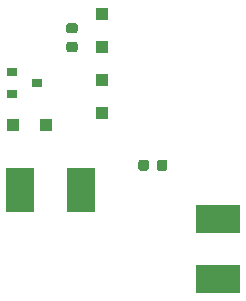
<source format=gbr>
G04 #@! TF.GenerationSoftware,KiCad,Pcbnew,5.0.1*
G04 #@! TF.CreationDate,2019-03-15T13:28:57+13:00*
G04 #@! TF.ProjectId,spiroBoard,737069726F426F6172642E6B69636164,rev?*
G04 #@! TF.SameCoordinates,Original*
G04 #@! TF.FileFunction,Paste,Top*
G04 #@! TF.FilePolarity,Positive*
%FSLAX46Y46*%
G04 Gerber Fmt 4.6, Leading zero omitted, Abs format (unit mm)*
G04 Created by KiCad (PCBNEW 5.0.1) date Fri 15 Mar 2019 01:28:57 PM NZDT*
%MOMM*%
%LPD*%
G01*
G04 APERTURE LIST*
%ADD10R,3.700000X2.450000*%
%ADD11R,2.450000X3.700000*%
%ADD12C,0.100000*%
%ADD13C,0.875000*%
%ADD14R,1.100000X1.100000*%
%ADD15R,0.900000X0.700000*%
G04 APERTURE END LIST*
D10*
G04 #@! TO.C,R5*
X153090000Y-95200000D03*
X153090000Y-100350000D03*
G04 #@! TD*
D11*
G04 #@! TO.C,R2*
X141498000Y-92782000D03*
X136348000Y-92782000D03*
G04 #@! TD*
D12*
G04 #@! TO.C,C1*
G36*
X147026691Y-90204053D02*
X147047926Y-90207203D01*
X147068750Y-90212419D01*
X147088962Y-90219651D01*
X147108368Y-90228830D01*
X147126781Y-90239866D01*
X147144024Y-90252654D01*
X147159930Y-90267070D01*
X147174346Y-90282976D01*
X147187134Y-90300219D01*
X147198170Y-90318632D01*
X147207349Y-90338038D01*
X147214581Y-90358250D01*
X147219797Y-90379074D01*
X147222947Y-90400309D01*
X147224000Y-90421750D01*
X147224000Y-90934250D01*
X147222947Y-90955691D01*
X147219797Y-90976926D01*
X147214581Y-90997750D01*
X147207349Y-91017962D01*
X147198170Y-91037368D01*
X147187134Y-91055781D01*
X147174346Y-91073024D01*
X147159930Y-91088930D01*
X147144024Y-91103346D01*
X147126781Y-91116134D01*
X147108368Y-91127170D01*
X147088962Y-91136349D01*
X147068750Y-91143581D01*
X147047926Y-91148797D01*
X147026691Y-91151947D01*
X147005250Y-91153000D01*
X146567750Y-91153000D01*
X146546309Y-91151947D01*
X146525074Y-91148797D01*
X146504250Y-91143581D01*
X146484038Y-91136349D01*
X146464632Y-91127170D01*
X146446219Y-91116134D01*
X146428976Y-91103346D01*
X146413070Y-91088930D01*
X146398654Y-91073024D01*
X146385866Y-91055781D01*
X146374830Y-91037368D01*
X146365651Y-91017962D01*
X146358419Y-90997750D01*
X146353203Y-90976926D01*
X146350053Y-90955691D01*
X146349000Y-90934250D01*
X146349000Y-90421750D01*
X146350053Y-90400309D01*
X146353203Y-90379074D01*
X146358419Y-90358250D01*
X146365651Y-90338038D01*
X146374830Y-90318632D01*
X146385866Y-90300219D01*
X146398654Y-90282976D01*
X146413070Y-90267070D01*
X146428976Y-90252654D01*
X146446219Y-90239866D01*
X146464632Y-90228830D01*
X146484038Y-90219651D01*
X146504250Y-90212419D01*
X146525074Y-90207203D01*
X146546309Y-90204053D01*
X146567750Y-90203000D01*
X147005250Y-90203000D01*
X147026691Y-90204053D01*
X147026691Y-90204053D01*
G37*
D13*
X146786500Y-90678000D03*
D12*
G36*
X148601691Y-90204053D02*
X148622926Y-90207203D01*
X148643750Y-90212419D01*
X148663962Y-90219651D01*
X148683368Y-90228830D01*
X148701781Y-90239866D01*
X148719024Y-90252654D01*
X148734930Y-90267070D01*
X148749346Y-90282976D01*
X148762134Y-90300219D01*
X148773170Y-90318632D01*
X148782349Y-90338038D01*
X148789581Y-90358250D01*
X148794797Y-90379074D01*
X148797947Y-90400309D01*
X148799000Y-90421750D01*
X148799000Y-90934250D01*
X148797947Y-90955691D01*
X148794797Y-90976926D01*
X148789581Y-90997750D01*
X148782349Y-91017962D01*
X148773170Y-91037368D01*
X148762134Y-91055781D01*
X148749346Y-91073024D01*
X148734930Y-91088930D01*
X148719024Y-91103346D01*
X148701781Y-91116134D01*
X148683368Y-91127170D01*
X148663962Y-91136349D01*
X148643750Y-91143581D01*
X148622926Y-91148797D01*
X148601691Y-91151947D01*
X148580250Y-91153000D01*
X148142750Y-91153000D01*
X148121309Y-91151947D01*
X148100074Y-91148797D01*
X148079250Y-91143581D01*
X148059038Y-91136349D01*
X148039632Y-91127170D01*
X148021219Y-91116134D01*
X148003976Y-91103346D01*
X147988070Y-91088930D01*
X147973654Y-91073024D01*
X147960866Y-91055781D01*
X147949830Y-91037368D01*
X147940651Y-91017962D01*
X147933419Y-90997750D01*
X147928203Y-90976926D01*
X147925053Y-90955691D01*
X147924000Y-90934250D01*
X147924000Y-90421750D01*
X147925053Y-90400309D01*
X147928203Y-90379074D01*
X147933419Y-90358250D01*
X147940651Y-90338038D01*
X147949830Y-90318632D01*
X147960866Y-90300219D01*
X147973654Y-90282976D01*
X147988070Y-90267070D01*
X148003976Y-90252654D01*
X148021219Y-90239866D01*
X148039632Y-90228830D01*
X148059038Y-90219651D01*
X148079250Y-90212419D01*
X148100074Y-90207203D01*
X148121309Y-90204053D01*
X148142750Y-90203000D01*
X148580250Y-90203000D01*
X148601691Y-90204053D01*
X148601691Y-90204053D01*
G37*
D13*
X148361500Y-90678000D03*
G04 #@! TD*
D14*
G04 #@! TO.C,D1*
X143256000Y-77848000D03*
X143256000Y-80648000D03*
G04 #@! TD*
G04 #@! TO.C,D2*
X143256000Y-86236000D03*
X143256000Y-83436000D03*
G04 #@! TD*
G04 #@! TO.C,D3*
X138560000Y-87249000D03*
X135760000Y-87249000D03*
G04 #@! TD*
D15*
G04 #@! TO.C,PMOS1*
X135636000Y-82773000D03*
X137736000Y-83723000D03*
X135636000Y-84673000D03*
G04 #@! TD*
D12*
G04 #@! TO.C,R1*
G36*
X140993691Y-78659053D02*
X141014926Y-78662203D01*
X141035750Y-78667419D01*
X141055962Y-78674651D01*
X141075368Y-78683830D01*
X141093781Y-78694866D01*
X141111024Y-78707654D01*
X141126930Y-78722070D01*
X141141346Y-78737976D01*
X141154134Y-78755219D01*
X141165170Y-78773632D01*
X141174349Y-78793038D01*
X141181581Y-78813250D01*
X141186797Y-78834074D01*
X141189947Y-78855309D01*
X141191000Y-78876750D01*
X141191000Y-79314250D01*
X141189947Y-79335691D01*
X141186797Y-79356926D01*
X141181581Y-79377750D01*
X141174349Y-79397962D01*
X141165170Y-79417368D01*
X141154134Y-79435781D01*
X141141346Y-79453024D01*
X141126930Y-79468930D01*
X141111024Y-79483346D01*
X141093781Y-79496134D01*
X141075368Y-79507170D01*
X141055962Y-79516349D01*
X141035750Y-79523581D01*
X141014926Y-79528797D01*
X140993691Y-79531947D01*
X140972250Y-79533000D01*
X140459750Y-79533000D01*
X140438309Y-79531947D01*
X140417074Y-79528797D01*
X140396250Y-79523581D01*
X140376038Y-79516349D01*
X140356632Y-79507170D01*
X140338219Y-79496134D01*
X140320976Y-79483346D01*
X140305070Y-79468930D01*
X140290654Y-79453024D01*
X140277866Y-79435781D01*
X140266830Y-79417368D01*
X140257651Y-79397962D01*
X140250419Y-79377750D01*
X140245203Y-79356926D01*
X140242053Y-79335691D01*
X140241000Y-79314250D01*
X140241000Y-78876750D01*
X140242053Y-78855309D01*
X140245203Y-78834074D01*
X140250419Y-78813250D01*
X140257651Y-78793038D01*
X140266830Y-78773632D01*
X140277866Y-78755219D01*
X140290654Y-78737976D01*
X140305070Y-78722070D01*
X140320976Y-78707654D01*
X140338219Y-78694866D01*
X140356632Y-78683830D01*
X140376038Y-78674651D01*
X140396250Y-78667419D01*
X140417074Y-78662203D01*
X140438309Y-78659053D01*
X140459750Y-78658000D01*
X140972250Y-78658000D01*
X140993691Y-78659053D01*
X140993691Y-78659053D01*
G37*
D13*
X140716000Y-79095500D03*
D12*
G36*
X140993691Y-80234053D02*
X141014926Y-80237203D01*
X141035750Y-80242419D01*
X141055962Y-80249651D01*
X141075368Y-80258830D01*
X141093781Y-80269866D01*
X141111024Y-80282654D01*
X141126930Y-80297070D01*
X141141346Y-80312976D01*
X141154134Y-80330219D01*
X141165170Y-80348632D01*
X141174349Y-80368038D01*
X141181581Y-80388250D01*
X141186797Y-80409074D01*
X141189947Y-80430309D01*
X141191000Y-80451750D01*
X141191000Y-80889250D01*
X141189947Y-80910691D01*
X141186797Y-80931926D01*
X141181581Y-80952750D01*
X141174349Y-80972962D01*
X141165170Y-80992368D01*
X141154134Y-81010781D01*
X141141346Y-81028024D01*
X141126930Y-81043930D01*
X141111024Y-81058346D01*
X141093781Y-81071134D01*
X141075368Y-81082170D01*
X141055962Y-81091349D01*
X141035750Y-81098581D01*
X141014926Y-81103797D01*
X140993691Y-81106947D01*
X140972250Y-81108000D01*
X140459750Y-81108000D01*
X140438309Y-81106947D01*
X140417074Y-81103797D01*
X140396250Y-81098581D01*
X140376038Y-81091349D01*
X140356632Y-81082170D01*
X140338219Y-81071134D01*
X140320976Y-81058346D01*
X140305070Y-81043930D01*
X140290654Y-81028024D01*
X140277866Y-81010781D01*
X140266830Y-80992368D01*
X140257651Y-80972962D01*
X140250419Y-80952750D01*
X140245203Y-80931926D01*
X140242053Y-80910691D01*
X140241000Y-80889250D01*
X140241000Y-80451750D01*
X140242053Y-80430309D01*
X140245203Y-80409074D01*
X140250419Y-80388250D01*
X140257651Y-80368038D01*
X140266830Y-80348632D01*
X140277866Y-80330219D01*
X140290654Y-80312976D01*
X140305070Y-80297070D01*
X140320976Y-80282654D01*
X140338219Y-80269866D01*
X140356632Y-80258830D01*
X140376038Y-80249651D01*
X140396250Y-80242419D01*
X140417074Y-80237203D01*
X140438309Y-80234053D01*
X140459750Y-80233000D01*
X140972250Y-80233000D01*
X140993691Y-80234053D01*
X140993691Y-80234053D01*
G37*
D13*
X140716000Y-80670500D03*
G04 #@! TD*
M02*

</source>
